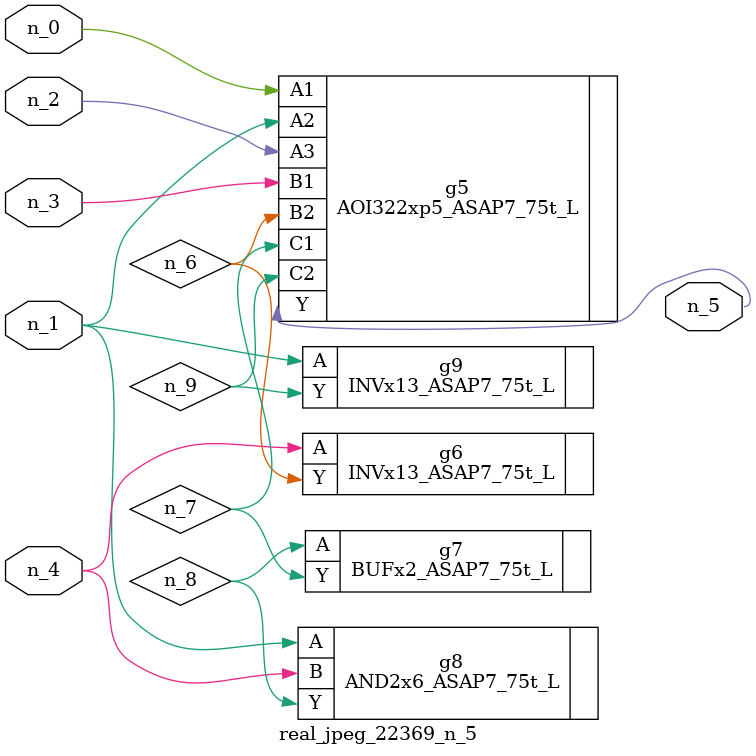
<source format=v>
module real_jpeg_22369_n_5 (n_4, n_0, n_1, n_2, n_3, n_5);

input n_4;
input n_0;
input n_1;
input n_2;
input n_3;

output n_5;

wire n_8;
wire n_6;
wire n_7;
wire n_9;

AOI322xp5_ASAP7_75t_L g5 ( 
.A1(n_0),
.A2(n_1),
.A3(n_2),
.B1(n_3),
.B2(n_6),
.C1(n_7),
.C2(n_9),
.Y(n_5)
);

AND2x6_ASAP7_75t_L g8 ( 
.A(n_1),
.B(n_4),
.Y(n_8)
);

INVx13_ASAP7_75t_L g9 ( 
.A(n_1),
.Y(n_9)
);

INVx13_ASAP7_75t_L g6 ( 
.A(n_4),
.Y(n_6)
);

BUFx2_ASAP7_75t_L g7 ( 
.A(n_8),
.Y(n_7)
);


endmodule
</source>
